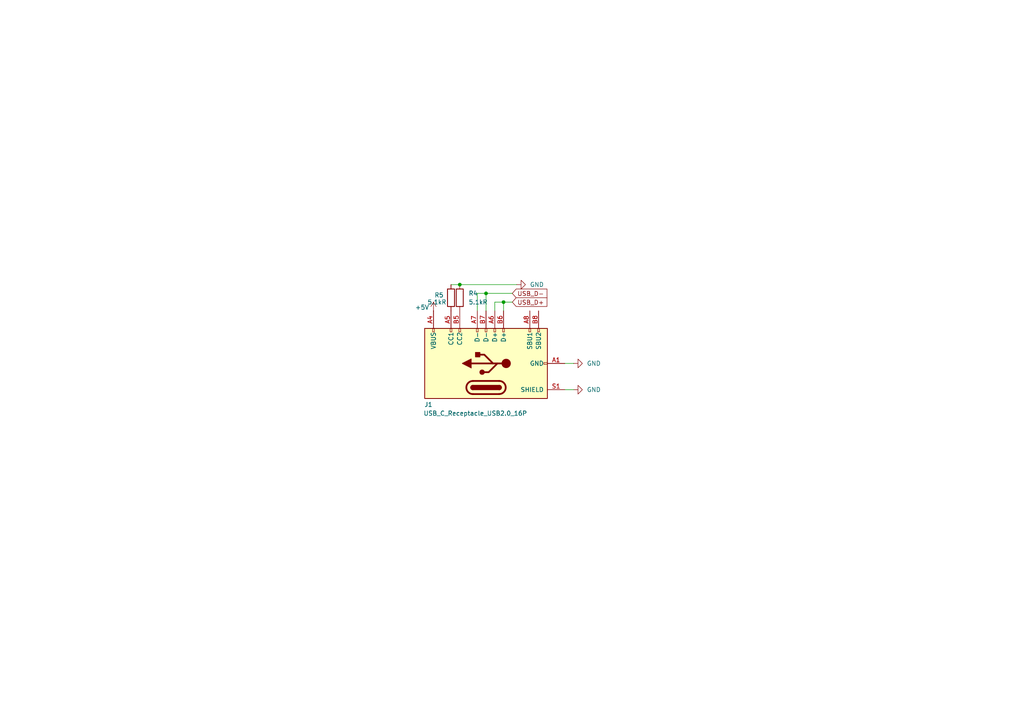
<source format=kicad_sch>
(kicad_sch (version 20250114) (generator "eeschema") (generator_version "9.0")
  (paper "A4")
  (lib_symbols
    (symbol "Connector:USB_C_Receptacle_USB2.0_16P" (pin_names (offset 1.016))
      (property "Reference" "J" (at 0 22.225 0))
      (property "Value" "USB_C_Receptacle_USB2.0_16P" (at 0 19.685 0))
      (symbol "USB_C_Receptacle_USB2.0_16P_0_0"
        (rectangle (start -0.254 -17.78) (end 0.254 -16.764))
        (rectangle (start 10.16 15.494) (end 9.144 14.986))
        (rectangle (start 10.16 10.414) (end 9.144 9.906))
        (rectangle (start 10.16 7.874) (end 9.144 7.366))
        (rectangle (start 10.16 2.794) (end 9.144 2.286))
        (rectangle (start 10.16 0.254) (end 9.144 -0.254))
        (rectangle (start 10.16 -2.286) (end 9.144 -2.794))
        (rectangle (start 10.16 -4.826) (end 9.144 -5.334))
        (rectangle (start 10.16 -12.446) (end 9.144 -12.954))
        (rectangle (start 10.16 -14.986) (end 9.144 -15.494))
      )
      (symbol "USB_C_Receptacle_USB2.0_16P_0_1"
        (rectangle (start -10.16 17.78) (end 10.16 -17.78) (stroke (width 0.254)) (fill (type background)))
        (polyline (pts (xy -8.89 -3.81) (xy -8.89 3.81)) (stroke (width 0.508)))
        (rectangle (start -7.62 -3.81) (end -6.35 3.81) (stroke (width 0.254)) (fill (type outline)))
        (arc (start -7.62 3.81) (mid -6.985 4.4423) (end -6.35 3.81) (stroke (width 0.254)))
        (arc (start -7.62 3.81) (mid -6.985 4.4423) (end -6.35 3.81) (stroke (width 0.254)) (fill (type outline)))
        (arc (start -8.89 3.81) (mid -6.985 5.7067) (end -5.08 3.81) (stroke (width 0.508)))
        (arc (start -5.08 -3.81) (mid -6.985 -5.7067) (end -8.89 -3.81) (stroke (width 0.508)))
        (arc (start -6.35 -3.81) (mid -6.985 -4.4423) (end -7.62 -3.81) (stroke (width 0.254)))
        (arc (start -6.35 -3.81) (mid -6.985 -4.4423) (end -7.62 -3.81) (stroke (width 0.254)) (fill (type outline)))
        (polyline (pts (xy -5.08 3.81) (xy -5.08 -3.81)) (stroke (width 0.508)))
        (circle (center -2.54 1.143) (radius 0.635) (stroke (width 0.254)) (fill (type outline)))
        (polyline (pts (xy -1.27 4.318) (xy 0 6.858) (xy 1.27 4.318) (xy -1.27 4.318)) (stroke (width 0.254)) (fill (type outline)))
        (polyline (pts (xy 0 -2.032) (xy 2.54 0.508) (xy 2.54 1.778)) (stroke (width 0.508)))
        (polyline (pts (xy 0 -3.302) (xy -2.54 -0.762) (xy -2.54 0.508)) (stroke (width 0.508)))
        (polyline (pts (xy 0 -5.842) (xy 0 4.318)) (stroke (width 0.508)))
        (circle (center 0 -5.842) (radius 1.27) (fill (type outline)))
        (rectangle (start 1.905 1.778) (end 3.175 3.048) (stroke (width 0.254)) (fill (type outline)))
      )
      (symbol "USB_C_Receptacle_USB2.0_16P_1_1"
        (pin passive line (at -7.62 -22.86 90) (length 5.08) (name "SHIELD") (number "S1"))
        (pin passive line (at 0 -22.86 90) (length 5.08) (name "GND") (number "A1"))
        (pin passive line (at 0 -22.86 90) (length 5.08) (hide yes) (name "GND") (number "A12"))
        (pin passive line (at 0 -22.86 90) (length 5.08) (hide yes) (name "GND") (number "B1"))
        (pin passive line (at 0 -22.86 90) (length 5.08) (hide yes) (name "GND") (number "B12"))
        (pin passive line (at 15.24 15.24 180) (length 5.08) (name "VBUS") (number "A4"))
        (pin passive line (at 15.24 15.24 180) (length 5.08) (hide yes) (name "VBUS") (number "A9"))
        (pin passive line (at 15.24 15.24 180) (length 5.08) (hide yes) (name "VBUS") (number "B4"))
        (pin passive line (at 15.24 15.24 180) (length 5.08) (hide yes) (name "VBUS") (number "B9"))
        (pin bidirectional line (at 15.24 10.16 180) (length 5.08) (name "CC1") (number "A5"))
        (pin bidirectional line (at 15.24 7.62 180) (length 5.08) (name "CC2") (number "B5"))
        (pin bidirectional line (at 15.24 2.54 180) (length 5.08) (name "D-") (number "A7"))
        (pin bidirectional line (at 15.24 0 180) (length 5.08) (name "D-") (number "B7"))
        (pin bidirectional line (at 15.24 -2.54 180) (length 5.08) (name "D+") (number "A6"))
        (pin bidirectional line (at 15.24 -5.08 180) (length 5.08) (name "D+") (number "B6"))
        (pin bidirectional line (at 15.24 -12.7 180) (length 5.08) (name "SBU1") (number "A8"))
        (pin bidirectional line (at 15.24 -15.24 180) (length 5.08) (name "SBU2") (number "B8"))
      )
    )
    (symbol "Device:R" (pin_numbers (hide yes)) (pin_names (offset 0))
      (property "Reference" "R" (at 2.032 0 90))
      (property "Value" "R" (at 0 0 90))
      (symbol "R_0_1"
        (rectangle (start -1.016 -2.54) (end 1.016 2.54) (stroke (width 0.254)))
      )
      (symbol "R_1_1"
        (pin passive line (at 0 3.81 270) (length 1.27) (name "~") (number "1"))
        (pin passive line (at 0 -3.81 90) (length 1.27) (name "~") (number "2"))
      )
    )
    (symbol "power:+5V" (power) (pin_numbers (hide yes)) (pin_names (offset 0) (hide yes))
      (property "Value" "+5V" (at 0 3.556 0))
      (symbol "+5V_0_1"
        (polyline (pts (xy -0.762 1.27) (xy 0 2.54)))
        (polyline (pts (xy 0 2.54) (xy 0.762 1.27)))
        (polyline (pts (xy 0 0) (xy 0 2.54)))
      )
      (symbol "+5V_1_1"
        (pin power_in line (at 0 0 90) (length 0) (name "~") (number "1"))
      )
    )
    (symbol "power:GND" (power) (pin_numbers (hide yes)) (pin_names (offset 0) (hide yes))
      (property "Value" "GND" (at 0 -3.81 0))
      (symbol "GND_0_1"
        (polyline (pts (xy 0 0) (xy 0 -1.27) (xy 1.27 -1.27) (xy 0 -2.54) (xy -1.27 -1.27) (xy 0 -1.27)))
      )
      (symbol "GND_1_1"
        (pin power_in line (at 0 0 270) (length 0) (name "~") (number "1"))
      )
    )
  )
  (junction (at 140.97 85.09))
  (junction (at 146.05 87.63))
  (junction (at 133.35 82.55))
  (wire (pts (xy 146.05 87.63) (xy 146.05 90.17)))
  (wire (pts (xy 130.81 82.55) (xy 133.35 82.55)))
  (wire (pts (xy 133.35 82.55) (xy 149.86 82.55)))
  (wire (pts (xy 138.43 85.09) (xy 140.97 85.09)))
  (wire (pts (xy 140.97 90.17) (xy 140.97 85.09)))
  (wire (pts (xy 143.51 87.63) (xy 146.05 87.63)))
  (wire (pts (xy 163.83 105.41) (xy 166.37 105.41)))
  (wire (pts (xy 143.51 90.17) (xy 143.51 87.63)))
  (wire (pts (xy 140.97 85.09) (xy 148.59 85.09)))
  (wire (pts (xy 146.05 87.63) (xy 148.59 87.63)))
  (wire (pts (xy 163.83 113.03) (xy 166.37 113.03)))
  (wire (pts (xy 138.43 90.17) (xy 138.43 85.09)))
  (global_label "USB_D-" (shape input) (at 148.59 85.09 0) (property "Intersheetrefs" "${INTERSHEET_REFS}" (effects (hide yes))))
  (global_label "USB_D+" (shape input) (at 148.59 87.63 0) (property "Intersheetrefs" "${INTERSHEET_REFS}" (effects (hide yes))))
  (symbol (lib_id "Connector:USB_C_Receptacle_USB2.0_16P") (at 140.97 105.41 90) (unit 1)
    (property "Reference" "J1" (at 125.476 117.348 90) (effects (justify left)))
    (property "Value" "USB_C_Receptacle_USB2.0_16P" (at 152.908 119.888 90) (effects (justify left)))
    (property "Datasheet" "https://www.usb.org/sites/default/files/documents/usb_type-c.zip" (effects (hide yes)))
    (property "Description" "USB 2.0-only 16P Type-C Receptacle connector" (effects (hide yes)))
  )
  (symbol (lib_id "Device:R") (at 133.35 86.36 0) (unit 1)
    (property "Reference" "R4" (at 135.89 85.0899 0) (effects (justify left)))
    (property "Value" "5.1kR" (at 135.89 87.6299 0) (effects (justify left)))
    (property "Description" "Resistor" (effects (hide yes)))
  )
  (symbol (lib_id "Device:R") (at 130.81 86.36 0) (unit 1)
    (property "Reference" "R5" (at 125.984 85.598 0) (effects (justify left)))
    (property "Value" "5.1kR" (at 123.952 87.63 0) (effects (justify left)))
    (property "Description" "Resistor" (effects (hide yes)))
  )
  (symbol (lib_id "power:+5V") (at 125.73 90.17 0) (unit 1)
    (property "Reference" "#PWR028" (effects (hide yes)))
    (property "Value" "+5V" (at 122.428 89.154 0))
    (property "Description" "Power symbol creates a global label with name \"+5V\"" (effects (hide yes)))
  )
  (symbol (lib_id "power:GND") (at 149.86 82.55 90) (unit 1)
    (property "Reference" "#PWR09" (effects (hide yes)))
    (property "Value" "GND" (at 153.67 82.5499 90) (effects (justify right)))
    (property "Description" "Power symbol creates a global label with name \"GND\" , ground" (effects (hide yes)))
  )
  (symbol (lib_id "power:GND") (at 166.37 105.41 90) (unit 1)
    (property "Reference" "#PWR013" (effects (hide yes)))
    (property "Value" "GND" (at 170.18 105.4099 90) (effects (justify right)))
    (property "Description" "Power symbol creates a global label with name \"GND\" , ground" (effects (hide yes)))
  )
  (symbol (lib_id "power:GND") (at 166.37 113.03 90) (unit 1)
    (property "Reference" "#PWR014" (effects (hide yes)))
    (property "Value" "GND" (at 170.18 113.0299 90) (effects (justify right)))
    (property "Description" "Power symbol creates a global label with name \"GND\" , ground" (effects (hide yes)))
  )
)
</source>
